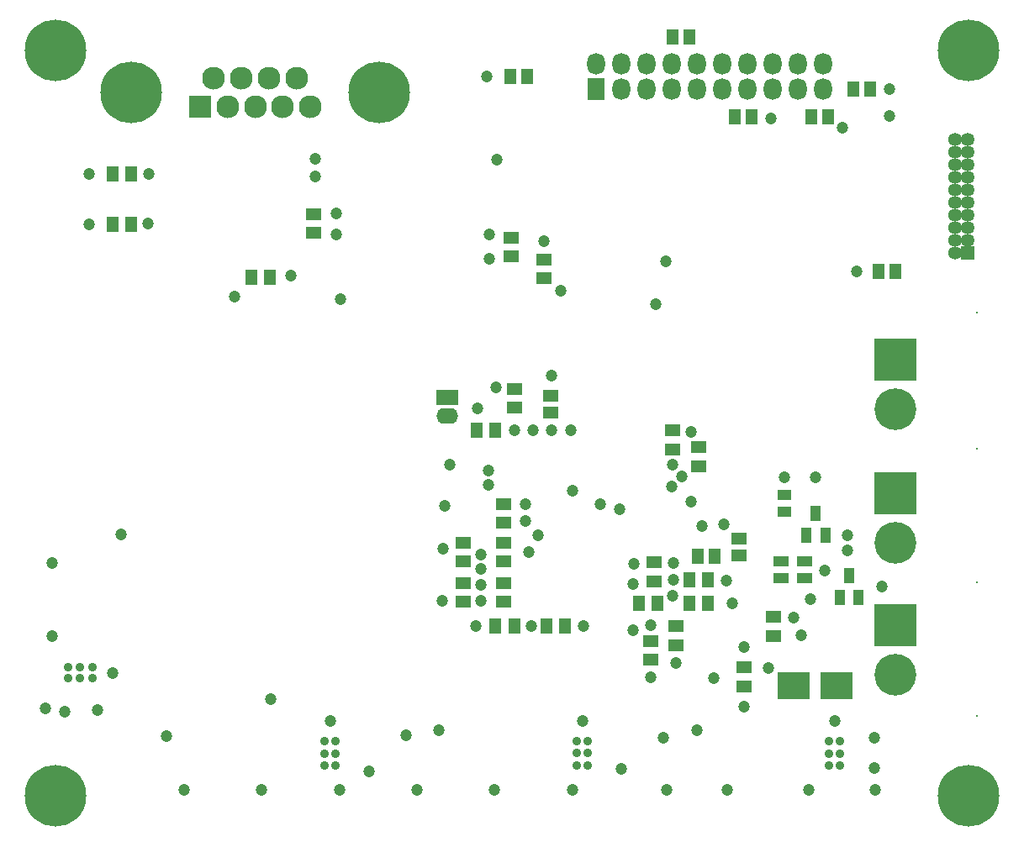
<source format=gbs>
G04*
G04 #@! TF.GenerationSoftware,Altium Limited,Altium Designer,23.5.1 (21)*
G04*
G04 Layer_Color=16711935*
%FSLAX44Y44*%
%MOMM*%
G71*
G04*
G04 #@! TF.SameCoordinates,D9901149-2AC3-4954-9F64-4BA616841755*
G04*
G04*
G04 #@! TF.FilePolarity,Negative*
G04*
G01*
G75*
%ADD38R,1.2000X1.6000*%
%ADD39R,1.6000X1.2000*%
%ADD40R,1.6000X1.3000*%
%ADD41R,1.3000X1.6000*%
%ADD45R,3.2032X2.7032*%
%ADD62R,4.2032X4.2032*%
%ADD63C,4.2032*%
%ADD64R,1.3532X1.3532*%
%ADD65C,1.3532*%
%ADD66O,2.2032X1.6032*%
%ADD67R,2.2032X1.6032*%
%ADD68R,1.8032X2.2032*%
%ADD69O,1.8032X2.2032*%
%ADD70C,2.3000*%
%ADD71R,2.3000X2.3000*%
%ADD72C,6.2032*%
%ADD73C,0.2032*%
%ADD74C,1.2032*%
%ADD75C,0.9000*%
%ADD103R,1.6000X1.0000*%
%ADD104R,1.4032X1.1032*%
%ADD105R,1.1000X1.5000*%
D38*
X555500Y934000D02*
D03*
X572500D02*
D03*
X943500Y738000D02*
D03*
X926500D02*
D03*
X718500Y974000D02*
D03*
X735500D02*
D03*
X761500Y451000D02*
D03*
X744500D02*
D03*
X798500Y893000D02*
D03*
X781500D02*
D03*
X858500D02*
D03*
X875500D02*
D03*
X917500Y921000D02*
D03*
X900500D02*
D03*
D39*
X596000Y612500D02*
D03*
Y595500D02*
D03*
X786000Y451500D02*
D03*
Y468500D02*
D03*
D40*
X560000Y619500D02*
D03*
Y600500D02*
D03*
X745000Y541500D02*
D03*
Y560500D02*
D03*
X697000Y346500D02*
D03*
Y365500D02*
D03*
X722000Y380250D02*
D03*
Y361250D02*
D03*
X700000Y425500D02*
D03*
Y444500D02*
D03*
X507532Y464250D02*
D03*
Y445250D02*
D03*
X549000Y445250D02*
D03*
Y464250D02*
D03*
X507532Y404500D02*
D03*
Y423500D02*
D03*
X549000Y423500D02*
D03*
Y404500D02*
D03*
X791000Y319500D02*
D03*
Y338500D02*
D03*
X549000Y503500D02*
D03*
Y484500D02*
D03*
X719000Y558500D02*
D03*
Y577500D02*
D03*
X820000Y389500D02*
D03*
Y370500D02*
D03*
X556000Y771500D02*
D03*
Y752500D02*
D03*
X357000Y776500D02*
D03*
Y795500D02*
D03*
X589000Y730500D02*
D03*
Y749500D02*
D03*
D41*
X173500Y836000D02*
D03*
X154500D02*
D03*
X754500Y403000D02*
D03*
X735500D02*
D03*
X703500D02*
D03*
X684500D02*
D03*
X754500Y427000D02*
D03*
X735500D02*
D03*
X154500Y785000D02*
D03*
X173500D02*
D03*
X540500Y380000D02*
D03*
X559500D02*
D03*
X591500D02*
D03*
X610500D02*
D03*
X521500Y578000D02*
D03*
X540500D02*
D03*
X294500Y732000D02*
D03*
X313500D02*
D03*
D45*
X841000Y320000D02*
D03*
X884000D02*
D03*
D62*
X943000Y514000D02*
D03*
Y381000D02*
D03*
Y649000D02*
D03*
D63*
Y464000D02*
D03*
Y331000D02*
D03*
Y599000D02*
D03*
D64*
X1016000Y756100D02*
D03*
D65*
Y832300D02*
D03*
Y806900D02*
D03*
Y794200D02*
D03*
Y819600D02*
D03*
Y845000D02*
D03*
Y857700D02*
D03*
X1003300Y781500D02*
D03*
Y794200D02*
D03*
Y806900D02*
D03*
Y819600D02*
D03*
Y832300D02*
D03*
Y845000D02*
D03*
Y857700D02*
D03*
Y870400D02*
D03*
X1016000Y781500D02*
D03*
Y870400D02*
D03*
X1003300Y768800D02*
D03*
X1016000D02*
D03*
X1003300Y756100D02*
D03*
D66*
X492000Y592000D02*
D03*
D67*
Y611000D02*
D03*
D68*
X641400Y921000D02*
D03*
D69*
X666800D02*
D03*
X692200D02*
D03*
X717600D02*
D03*
X743000D02*
D03*
X768400D02*
D03*
X793800D02*
D03*
X819200D02*
D03*
X844600D02*
D03*
X870000D02*
D03*
X641400Y946400D02*
D03*
X666800D02*
D03*
X692200D02*
D03*
X717600D02*
D03*
X743000D02*
D03*
X768400D02*
D03*
X793800D02*
D03*
X819200D02*
D03*
X870000D02*
D03*
X844600D02*
D03*
D70*
X353850Y903600D02*
D03*
X326150D02*
D03*
X298450D02*
D03*
X270750D02*
D03*
X256900Y932000D02*
D03*
X284600D02*
D03*
X312300D02*
D03*
X340000D02*
D03*
D71*
X243050Y903600D02*
D03*
D72*
X173482Y917774D02*
D03*
X423418D02*
D03*
X97000Y209000D02*
D03*
Y960000D02*
D03*
X1017000Y209000D02*
D03*
Y960000D02*
D03*
D73*
X1025000Y290000D02*
D03*
Y424131D02*
D03*
Y559000D02*
D03*
Y696000D02*
D03*
D74*
X384000Y710000D02*
D03*
X380000Y775000D02*
D03*
X278000Y712000D02*
D03*
X589000Y768000D02*
D03*
X606015Y718015D02*
D03*
X534000Y750000D02*
D03*
X380000Y796000D02*
D03*
X334000Y733000D02*
D03*
X534000Y775000D02*
D03*
X542000Y850000D02*
D03*
X532000Y934000D02*
D03*
X930000Y420000D02*
D03*
X937000Y894000D02*
D03*
Y921000D02*
D03*
X818000Y892000D02*
D03*
X748000Y481000D02*
D03*
X848540Y370993D02*
D03*
X863000Y530000D02*
D03*
X831000D02*
D03*
X773000Y426000D02*
D03*
X841000Y389000D02*
D03*
X815000Y338000D02*
D03*
X770000Y483000D02*
D03*
X872000Y436423D02*
D03*
X895000Y472000D02*
D03*
Y456423D02*
D03*
X858000Y407423D02*
D03*
X720000Y444000D02*
D03*
X779000Y403000D02*
D03*
X737000Y506000D02*
D03*
X646000Y503000D02*
D03*
X722000Y343000D02*
D03*
X697000Y329000D02*
D03*
X743110Y275000D02*
D03*
X483000D02*
D03*
X709110Y267510D02*
D03*
X890000Y882000D02*
D03*
X163270Y472730D02*
D03*
X541000Y621000D02*
D03*
X522000Y600000D02*
D03*
X560000Y578000D02*
D03*
X578000D02*
D03*
X314000Y307000D02*
D03*
X618000Y517000D02*
D03*
X665000Y498000D02*
D03*
X712000Y748000D02*
D03*
X702000Y705000D02*
D03*
X525925Y452116D02*
D03*
X583000Y472000D02*
D03*
X571000Y503430D02*
D03*
X533000Y522570D02*
D03*
Y537000D02*
D03*
X191000Y836000D02*
D03*
X190499Y785750D02*
D03*
X904000Y738000D02*
D03*
X571000Y486000D02*
D03*
X359000Y851000D02*
D03*
Y833000D02*
D03*
X791000Y359000D02*
D03*
X760000Y328000D02*
D03*
X487000Y406000D02*
D03*
X679000Y423000D02*
D03*
X697000Y381000D02*
D03*
X678793Y376008D02*
D03*
X521000Y380000D02*
D03*
X131000Y785000D02*
D03*
Y836000D02*
D03*
X494000Y543000D02*
D03*
X489000Y501000D02*
D03*
X488000Y458000D02*
D03*
X791000Y299000D02*
D03*
X629000Y380000D02*
D03*
X737000Y576000D02*
D03*
X107000Y294000D02*
D03*
X140000Y296000D02*
D03*
X413000Y234000D02*
D03*
X667000Y236000D02*
D03*
X922000Y268000D02*
D03*
X720000Y427000D02*
D03*
X719000Y411000D02*
D03*
Y543000D02*
D03*
X923000Y215000D02*
D03*
X596500Y632500D02*
D03*
X680000Y443000D02*
D03*
X526000Y422000D02*
D03*
X574000Y455000D02*
D03*
X526000Y406000D02*
D03*
X374000Y285000D02*
D03*
X713000Y215000D02*
D03*
X774000D02*
D03*
X539571D02*
D03*
X305143D02*
D03*
X87000Y297000D02*
D03*
X727988Y531078D02*
D03*
X526000Y438000D02*
D03*
X461428Y215000D02*
D03*
X94000Y370500D02*
D03*
X882000Y285000D02*
D03*
X628000D02*
D03*
X617714Y215000D02*
D03*
X922000Y237000D02*
D03*
X616000Y578000D02*
D03*
X576730Y380270D02*
D03*
X717843Y521214D02*
D03*
X450000Y270000D02*
D03*
X94000Y444000D02*
D03*
X227000Y215000D02*
D03*
X383286D02*
D03*
X155000Y333000D02*
D03*
X209000Y269000D02*
D03*
X596496Y578000D02*
D03*
X856000Y215000D02*
D03*
D75*
X633000Y240050D02*
D03*
X622000D02*
D03*
Y252250D02*
D03*
X633000D02*
D03*
Y264450D02*
D03*
X622000D02*
D03*
X368500Y264200D02*
D03*
X379500D02*
D03*
Y252000D02*
D03*
X368500D02*
D03*
Y239800D02*
D03*
X379500D02*
D03*
X109800Y327500D02*
D03*
Y338500D02*
D03*
X122000D02*
D03*
Y327500D02*
D03*
X134200D02*
D03*
Y338500D02*
D03*
X876500Y264200D02*
D03*
X887500D02*
D03*
Y252000D02*
D03*
X876500D02*
D03*
Y239800D02*
D03*
X887500D02*
D03*
D103*
X828000Y445500D02*
D03*
Y428500D02*
D03*
X852000D02*
D03*
Y445500D02*
D03*
D104*
X831000Y512500D02*
D03*
Y495500D02*
D03*
D105*
X863000Y494000D02*
D03*
X853500Y472000D02*
D03*
X872500D02*
D03*
X906000Y409000D02*
D03*
X887000D02*
D03*
X896500Y431000D02*
D03*
M02*

</source>
